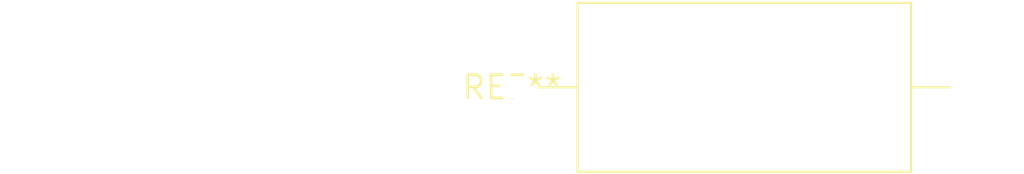
<source format=kicad_pcb>
(kicad_pcb (version 20240108) (generator pcbnew)
  (layers (0 "F.Cu" signal) (31 "B.Cu" signal) (34 "B.Paste" user) (35 "F.Paste" user) (36 "B.SilkS" user "B.Silkscreen") (37 "F.SilkS" user "F.Silkscreen") (38 "B.Mask" user) (39 "F.Mask" user) (44 "Edge.Cuts" user))
  (net 0 "")
  (footprint "R_Axial_DIN0918_L18.0mm_D9.0mm_P25.40mm_Horizontal" (layer "F.Cu") (at 0 0)
    (property "Reference" "REF**")
    (property "Value" "R_Axial_DIN0918_L18.0mm_D9.0mm_P25.40mm_Horizontal")
    (fp_line (start 1.44 0) (end 3.58 0) (layer "F.SilkS") (stroke (width 0.12)))
    (fp_line (start 3.58 -4.62) (end 3.58 4.62) (layer "F.SilkS") (stroke (width 0.12)))
    (fp_line (start 3.58 4.62) (end 21.82 4.62) (layer "F.SilkS") (stroke (width 0.12)))
    (fp_line (start 21.82 -4.62) (end 3.58 -4.62) (layer "F.SilkS") (stroke (width 0.12)))
    (fp_line (start 21.82 4.62) (end 21.82 -4.62) (layer "F.SilkS") (stroke (width 0.12)))
    (fp_line (start 23.96 0) (end 21.82 0) (layer "F.SilkS") (stroke (width 0.12)))
    (pad "1" thru_hole circle (at 0 0) (size 2.4 2.4) (drill 1.2) (layers *.Cu *.Mask) (remove_unused_layers))
    (pad "2" thru_hole oval (at 25.4 0) (size 2.4 2.4) (drill 1.2) (layers *.Cu *.Mask) (remove_unused_layers))
  )
)
</source>
